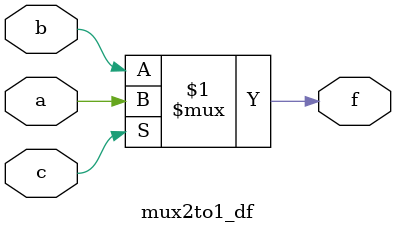
<source format=v>
module mux2to1_df(a,b,c,f);
    input a,b,c;
    output f;
    assign f=c?a:b;
endmodule
</source>
